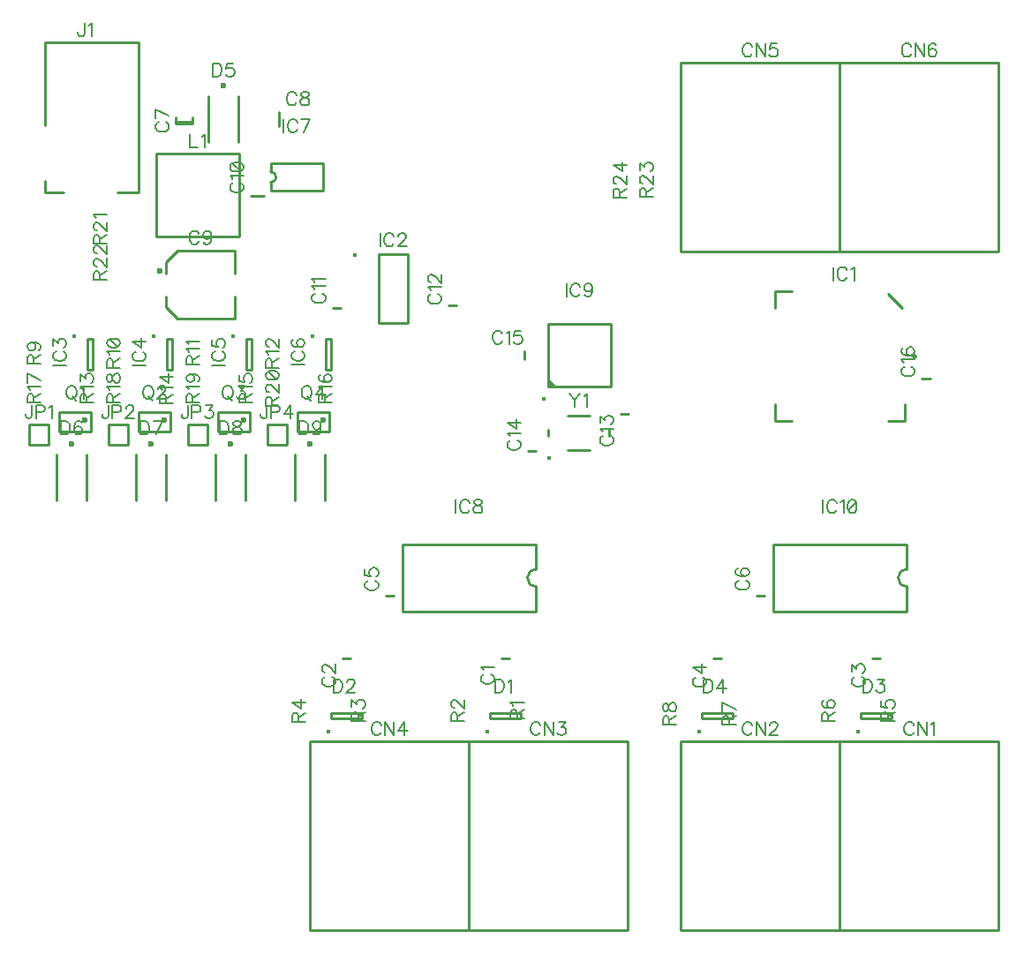
<source format=gto>
G04 DipTrace 2.3.1.0*
%INuCANHub_TopSilk.gto*%
%MOIN*%
%ADD10C,0.0098*%
%ADD14C,0.0236*%
%ADD24C,0.0154*%
%ADD27C,0.0197*%
%ADD35C,0.0157*%
%ADD98C,0.0077*%
%FSLAX44Y44*%
G04*
G70*
G90*
G75*
G01*
%LNTopSilk*%
%LPD*%
X22905Y13561D2*
D10*
X23219D1*
X16905D2*
X17219D1*
X36905D2*
X37219D1*
X30905D2*
X31219D1*
X18844Y15938D2*
X18530D1*
X32844D2*
X32530D1*
X11252Y33843D2*
X10622D1*
X11252Y33768D2*
X10622D1*
X11252D2*
Y34004D1*
X10622Y33768D2*
Y34004D1*
X14523Y33681D2*
Y34193D1*
X12838Y28986D2*
Y28120D1*
Y28986D2*
X10673D1*
X10240Y28553D2*
X10673Y28986D1*
X10240Y28553D2*
Y28120D1*
X12838Y27254D2*
Y26388D1*
X10673D1*
X10240Y26821D2*
X10673Y26388D1*
X10240Y27254D2*
Y26821D1*
D14*
X10004Y28199D3*
X13943Y31023D2*
D10*
X13431D1*
X16844Y26813D2*
X16530D1*
X21219Y26894D2*
X20905D1*
X27405Y22811D2*
X27719D1*
X24219Y21394D2*
X23905D1*
X23770Y25179D2*
Y24864D1*
X39094Y24144D2*
X38780D1*
X35687Y10437D2*
X41687D1*
Y3312D1*
X35687D1*
Y10437D1*
X29687D2*
X35687D1*
Y3312D1*
X29687D1*
Y10437D1*
X21687D2*
X27687D1*
Y3312D1*
X21687D1*
Y10437D1*
X15687D2*
X21687D1*
Y3312D1*
X15687D1*
Y10437D1*
X35687Y28937D2*
X29687D1*
Y36062D1*
X35687D1*
Y28937D1*
X41687D2*
X35687D1*
Y36062D1*
X41687D1*
Y28937D1*
D24*
X22379Y10790D3*
X22471Y11291D2*
D10*
X23652D1*
Y11488D1*
X22471D1*
Y11291D1*
D24*
X16379Y10790D3*
X16471Y11291D2*
D10*
X17652D1*
Y11488D1*
X16471D1*
Y11291D1*
D24*
X36379Y10790D3*
X36471Y11291D2*
D10*
X37652D1*
Y11488D1*
X36471D1*
Y11291D1*
D24*
X30379Y10790D3*
X30471Y11291D2*
D10*
X31652D1*
Y11488D1*
X30471D1*
Y11291D1*
X12990Y34803D2*
Y33071D1*
X11848Y34803D2*
Y33071D1*
D14*
X12419Y35197D3*
X7258Y21285D2*
D10*
Y19553D1*
X6116Y21285D2*
Y19553D1*
D14*
X6687Y21679D3*
X10258Y21285D2*
D10*
Y19553D1*
X9116Y21285D2*
Y19553D1*
D14*
X9687Y21679D3*
X13258Y21285D2*
D10*
Y19553D1*
X12116Y21285D2*
Y19553D1*
D14*
X12687Y21679D3*
X16258Y21285D2*
D10*
Y19553D1*
X15116Y21285D2*
Y19553D1*
D14*
X15687Y21679D3*
D27*
X38516Y24985D3*
X37503Y27345D2*
D10*
X38054Y26793D1*
X38133Y23171D2*
Y22541D1*
X37503D1*
X33881D2*
X33251D1*
Y23171D1*
X33881Y27423D2*
X33251D1*
Y26793D1*
D24*
X17385Y28820D3*
X18278Y28831D2*
D10*
Y26232D1*
X19380Y28831D2*
Y26232D1*
X18278D2*
X19380D1*
X18278Y28831D2*
X19380D1*
D24*
X6790Y25745D3*
X7291Y25653D2*
D10*
Y24472D1*
X7488D1*
Y25653D1*
X7291D1*
D24*
X9790Y25745D3*
X10291Y25653D2*
D10*
Y24472D1*
X10488D1*
Y25653D1*
X10291D1*
D24*
X12790Y25745D3*
X13291Y25653D2*
D10*
Y24472D1*
X13488D1*
Y25653D1*
X13291D1*
D24*
X15790Y25745D3*
X16291Y25653D2*
D10*
Y24472D1*
X16488D1*
Y25653D1*
X16291D1*
X14203Y31238D2*
X16171D1*
X14203Y32262D2*
X16171D1*
Y31238D2*
Y32262D1*
X14203Y31553D2*
Y31238D1*
Y31947D2*
Y32262D1*
Y31553D2*
G03X14203Y31947I0J197D01*
G01*
X24206Y17866D2*
X19168D1*
X24206Y15347D2*
X19168D1*
Y17866D2*
Y15347D1*
X24206Y17866D2*
Y16921D1*
Y16291D2*
Y15347D1*
Y16921D2*
G03X24206Y16291I1J-315D01*
G01*
X24673Y23852D2*
X27035D1*
Y26215D1*
X24673D1*
Y23852D1*
G36*
D2*
X24988D1*
X24673Y24167D1*
Y23852D1*
G37*
D35*
X24496Y23380D3*
X38206Y17866D2*
D10*
X33168D1*
X38206Y15347D2*
X33168D1*
Y17866D2*
Y15347D1*
X38206Y17866D2*
Y16921D1*
Y16291D2*
Y15347D1*
Y16921D2*
G03X38206Y16291I1J-315D01*
G01*
X5665Y33720D2*
Y36831D1*
X9209D1*
Y36791D1*
Y36831D2*
Y31161D1*
X8421D1*
X6374D2*
X5665D1*
Y31595D1*
X5812Y22402D2*
X5062D1*
Y21652D1*
X5812D1*
Y22402D1*
X8812D2*
X8062D1*
Y21652D1*
X8812D1*
Y22402D1*
X11812D2*
X11062D1*
Y21652D1*
X11812D1*
Y22402D1*
X14812D2*
X14062D1*
Y21652D1*
X14812D1*
Y22402D1*
X13012Y29490D2*
X9862D1*
Y32640D1*
X13012D1*
Y29490D1*
X7406Y22124D2*
X6220D1*
Y22885D1*
X7406D1*
Y22124D1*
D14*
X7167Y22583D3*
X10406Y22124D2*
D10*
X9220D1*
Y22885D1*
X10406D1*
Y22124D1*
D14*
X10167Y22583D3*
X13406Y22124D2*
D10*
X12220D1*
Y22885D1*
X13406D1*
Y22124D1*
D14*
X13167Y22583D3*
X16406Y22124D2*
D10*
X15220D1*
Y22885D1*
X16406D1*
Y22124D1*
D14*
X16167Y22583D3*
D35*
X24699Y21145D3*
X25407Y22739D2*
D10*
X26234D1*
X26962Y22208D2*
Y21972D1*
X26234Y21440D2*
X25407D1*
X24679Y21972D2*
Y22208D1*
X22252Y12973D2*
D98*
X22205Y12949D1*
X22157Y12901D1*
X22133Y12854D1*
Y12758D1*
X22157Y12710D1*
X22205Y12662D1*
X22252Y12638D1*
X22324Y12614D1*
X22444D1*
X22515Y12638D1*
X22563Y12662D1*
X22611Y12710D1*
X22635Y12758D1*
Y12854D1*
X22611Y12901D1*
X22563Y12949D1*
X22515Y12973D1*
X22229Y13127D2*
X22205Y13176D1*
X22133Y13247D1*
X22635D1*
X16252Y12866D2*
X16205Y12842D1*
X16157Y12794D1*
X16133Y12746D1*
Y12651D1*
X16157Y12602D1*
X16205Y12555D1*
X16252Y12531D1*
X16324Y12507D1*
X16444D1*
X16515Y12531D1*
X16563Y12555D1*
X16611Y12602D1*
X16635Y12651D1*
Y12746D1*
X16611Y12794D1*
X16563Y12842D1*
X16515Y12866D1*
X16253Y13044D2*
X16229D1*
X16181Y13068D1*
X16157Y13092D1*
X16133Y13140D1*
Y13235D1*
X16157Y13283D1*
X16181Y13307D1*
X16229Y13331D1*
X16277D1*
X16325Y13307D1*
X16396Y13259D1*
X16635Y13020D1*
Y13355D1*
X36252Y12866D2*
X36205Y12842D1*
X36157Y12794D1*
X36133Y12746D1*
Y12651D1*
X36157Y12602D1*
X36205Y12555D1*
X36252Y12531D1*
X36324Y12507D1*
X36444D1*
X36515Y12531D1*
X36563Y12555D1*
X36611Y12602D1*
X36635Y12651D1*
Y12746D1*
X36611Y12794D1*
X36563Y12842D1*
X36515Y12866D1*
X36133Y13068D2*
Y13331D1*
X36325Y13187D1*
Y13259D1*
X36348Y13307D1*
X36372Y13331D1*
X36444Y13355D1*
X36492D1*
X36563Y13331D1*
X36612Y13283D1*
X36635Y13211D1*
Y13139D1*
X36612Y13068D1*
X36587Y13044D1*
X36540Y13020D1*
X30252Y12854D2*
X30205Y12830D1*
X30157Y12782D1*
X30133Y12734D1*
Y12639D1*
X30157Y12591D1*
X30205Y12543D1*
X30252Y12519D1*
X30324Y12495D1*
X30444D1*
X30515Y12519D1*
X30563Y12543D1*
X30611Y12591D1*
X30635Y12639D1*
Y12734D1*
X30611Y12782D1*
X30563Y12830D1*
X30515Y12854D1*
X30635Y13247D2*
X30133D1*
X30468Y13008D1*
Y13367D1*
X17877Y16503D2*
X17830Y16479D1*
X17782Y16431D1*
X17758Y16383D1*
Y16288D1*
X17782Y16240D1*
X17830Y16192D1*
X17877Y16168D1*
X17949Y16144D1*
X18069D1*
X18140Y16168D1*
X18188Y16192D1*
X18236Y16240D1*
X18260Y16288D1*
Y16383D1*
X18236Y16431D1*
X18188Y16479D1*
X18140Y16503D1*
X17758Y16944D2*
Y16705D1*
X17973Y16682D1*
X17950Y16705D1*
X17925Y16777D1*
Y16848D1*
X17950Y16920D1*
X17997Y16968D1*
X18069Y16992D1*
X18117D1*
X18188Y16968D1*
X18237Y16920D1*
X18260Y16848D1*
Y16777D1*
X18237Y16705D1*
X18212Y16682D1*
X18165Y16657D1*
X31877Y16515D2*
X31830Y16491D1*
X31782Y16443D1*
X31758Y16396D1*
Y16300D1*
X31782Y16252D1*
X31830Y16204D1*
X31877Y16180D1*
X31949Y16156D1*
X32069D1*
X32140Y16180D1*
X32188Y16204D1*
X32236Y16252D1*
X32260Y16300D1*
Y16396D1*
X32236Y16443D1*
X32188Y16491D1*
X32140Y16515D1*
X31830Y16956D2*
X31782Y16932D1*
X31758Y16861D1*
Y16813D1*
X31782Y16741D1*
X31854Y16693D1*
X31973Y16669D1*
X32093D1*
X32188Y16693D1*
X32237Y16741D1*
X32260Y16813D1*
Y16837D1*
X32237Y16908D1*
X32188Y16956D1*
X32117Y16980D1*
X32093D1*
X32021Y16956D1*
X31973Y16908D1*
X31950Y16837D1*
Y16813D1*
X31973Y16741D1*
X32021Y16693D1*
X32093Y16669D1*
X9970Y33821D2*
X9922Y33797D1*
X9874Y33749D1*
X9850Y33701D1*
Y33606D1*
X9874Y33557D1*
X9922Y33510D1*
X9970Y33486D1*
X10042Y33462D1*
X10162D1*
X10233Y33486D1*
X10281Y33510D1*
X10329Y33557D1*
X10353Y33606D1*
Y33701D1*
X10329Y33749D1*
X10281Y33797D1*
X10233Y33821D1*
X10353Y34071D2*
X9851Y34310D1*
Y33975D1*
X15167Y34845D2*
X15143Y34893D1*
X15095Y34941D1*
X15048Y34965D1*
X14952D1*
X14904Y34941D1*
X14857Y34893D1*
X14832Y34845D1*
X14808Y34773D1*
Y34653D1*
X14832Y34582D1*
X14857Y34534D1*
X14904Y34486D1*
X14952Y34462D1*
X15048D1*
X15095Y34486D1*
X15143Y34534D1*
X15167Y34582D1*
X15441Y34964D2*
X15370Y34940D1*
X15345Y34893D1*
Y34845D1*
X15370Y34797D1*
X15417Y34773D1*
X15513Y34749D1*
X15585Y34725D1*
X15632Y34677D1*
X15656Y34630D1*
Y34558D1*
X15632Y34510D1*
X15608Y34486D1*
X15537Y34462D1*
X15441D1*
X15370Y34486D1*
X15345Y34510D1*
X15322Y34558D1*
Y34630D1*
X15345Y34677D1*
X15393Y34725D1*
X15465Y34749D1*
X15560Y34773D1*
X15608Y34797D1*
X15632Y34845D1*
Y34893D1*
X15608Y34940D1*
X15537Y34964D1*
X15441D1*
X11486Y29599D2*
X11462Y29647D1*
X11414Y29695D1*
X11367Y29718D1*
X11271D1*
X11223Y29695D1*
X11175Y29647D1*
X11151Y29599D1*
X11127Y29527D1*
Y29407D1*
X11151Y29336D1*
X11175Y29288D1*
X11223Y29240D1*
X11271Y29216D1*
X11367D1*
X11414Y29240D1*
X11462Y29288D1*
X11486Y29336D1*
X11951Y29551D2*
X11927Y29479D1*
X11880Y29431D1*
X11808Y29407D1*
X11784D1*
X11712Y29431D1*
X11665Y29479D1*
X11640Y29551D1*
Y29575D1*
X11665Y29647D1*
X11712Y29694D1*
X11784Y29718D1*
X11808D1*
X11880Y29694D1*
X11927Y29647D1*
X11951Y29551D1*
Y29431D1*
X11927Y29312D1*
X11880Y29240D1*
X11808Y29216D1*
X11760D1*
X11688Y29240D1*
X11665Y29288D1*
X12779Y31530D2*
X12731Y31506D1*
X12683Y31458D1*
X12660Y31410D1*
Y31315D1*
X12683Y31267D1*
X12731Y31219D1*
X12779Y31195D1*
X12851Y31171D1*
X12971D1*
X13042Y31195D1*
X13090Y31219D1*
X13138Y31267D1*
X13162Y31315D1*
Y31410D1*
X13138Y31458D1*
X13090Y31506D1*
X13042Y31530D1*
X12756Y31684D2*
X12731Y31732D1*
X12660Y31804D1*
X13162D1*
X12660Y32102D2*
X12684Y32030D1*
X12756Y31982D1*
X12875Y31958D1*
X12947D1*
X13066Y31982D1*
X13138Y32030D1*
X13162Y32102D1*
Y32150D1*
X13138Y32222D1*
X13066Y32269D1*
X12947Y32293D1*
X12875D1*
X12756Y32269D1*
X12684Y32222D1*
X12660Y32150D1*
Y32102D1*
X12756Y32269D2*
X13066Y31982D1*
X15877Y27348D2*
X15830Y27324D1*
X15782Y27276D1*
X15758Y27229D1*
Y27133D1*
X15782Y27085D1*
X15830Y27038D1*
X15877Y27013D1*
X15949Y26989D1*
X16069D1*
X16140Y27013D1*
X16188Y27038D1*
X16236Y27085D1*
X16260Y27133D1*
Y27229D1*
X16236Y27276D1*
X16188Y27324D1*
X16140Y27348D1*
X15854Y27503D2*
X15830Y27551D1*
X15758Y27623D1*
X16260D1*
X15854Y27777D2*
X15830Y27825D1*
X15758Y27897D1*
X16260D1*
X20252Y27321D2*
X20205Y27297D1*
X20157Y27249D1*
X20133Y27202D1*
Y27106D1*
X20157Y27058D1*
X20205Y27010D1*
X20252Y26986D1*
X20324Y26962D1*
X20444D1*
X20515Y26986D1*
X20563Y27010D1*
X20611Y27058D1*
X20635Y27106D1*
Y27202D1*
X20611Y27249D1*
X20563Y27297D1*
X20515Y27321D1*
X20229Y27475D2*
X20205Y27524D1*
X20133Y27595D1*
X20635D1*
X20253Y27774D2*
X20229D1*
X20181Y27798D1*
X20157Y27822D1*
X20133Y27870D1*
Y27965D1*
X20157Y28013D1*
X20181Y28037D1*
X20229Y28061D1*
X20277D1*
X20325Y28037D1*
X20396Y27989D1*
X20635Y27750D1*
Y28085D1*
X26752Y21978D2*
X26705Y21955D1*
X26657Y21907D1*
X26633Y21859D1*
Y21763D1*
X26657Y21715D1*
X26705Y21668D1*
X26752Y21643D1*
X26824Y21620D1*
X26944D1*
X27015Y21643D1*
X27063Y21668D1*
X27111Y21715D1*
X27135Y21763D1*
Y21859D1*
X27111Y21907D1*
X27063Y21955D1*
X27015Y21978D1*
X26729Y22133D2*
X26705Y22181D1*
X26633Y22253D1*
X27135D1*
X26633Y22455D2*
Y22718D1*
X26825Y22575D1*
Y22646D1*
X26848Y22694D1*
X26872Y22718D1*
X26944Y22742D1*
X26992D1*
X27063Y22718D1*
X27112Y22670D1*
X27135Y22598D1*
Y22526D1*
X27112Y22455D1*
X27087Y22431D1*
X27040Y22407D1*
X23252Y21809D2*
X23205Y21785D1*
X23157Y21737D1*
X23133Y21690D1*
Y21594D1*
X23157Y21546D1*
X23205Y21499D1*
X23252Y21474D1*
X23324Y21450D1*
X23444D1*
X23515Y21474D1*
X23563Y21499D1*
X23611Y21546D1*
X23635Y21594D1*
Y21690D1*
X23611Y21737D1*
X23563Y21785D1*
X23515Y21809D1*
X23229Y21964D2*
X23205Y22012D1*
X23133Y22083D1*
X23635D1*
Y22477D2*
X23133D1*
X23468Y22238D1*
Y22597D1*
X22938Y25832D2*
X22914Y25879D1*
X22866Y25927D1*
X22819Y25951D1*
X22723D1*
X22675Y25927D1*
X22628Y25879D1*
X22603Y25832D1*
X22579Y25760D1*
Y25640D1*
X22603Y25568D1*
X22628Y25520D1*
X22675Y25473D1*
X22723Y25449D1*
X22819D1*
X22866Y25473D1*
X22914Y25520D1*
X22938Y25568D1*
X23093Y25855D2*
X23141Y25879D1*
X23213Y25950D1*
Y25449D1*
X23654Y25950D2*
X23415D1*
X23391Y25735D1*
X23415Y25759D1*
X23487Y25783D1*
X23558D1*
X23630Y25759D1*
X23678Y25712D1*
X23702Y25640D1*
Y25592D1*
X23678Y25520D1*
X23630Y25472D1*
X23558Y25449D1*
X23487D1*
X23415Y25472D1*
X23391Y25497D1*
X23367Y25544D1*
X38127Y24583D2*
X38080Y24559D1*
X38032Y24511D1*
X38008Y24464D1*
Y24368D1*
X38032Y24320D1*
X38080Y24273D1*
X38127Y24248D1*
X38199Y24225D1*
X38319D1*
X38390Y24248D1*
X38438Y24273D1*
X38486Y24320D1*
X38510Y24368D1*
Y24464D1*
X38486Y24511D1*
X38438Y24559D1*
X38390Y24583D1*
X38104Y24738D2*
X38080Y24786D1*
X38008Y24858D1*
X38510D1*
X38080Y25299D2*
X38032Y25275D1*
X38008Y25203D1*
Y25156D1*
X38032Y25084D1*
X38104Y25036D1*
X38223Y25012D1*
X38343D1*
X38438Y25036D1*
X38487Y25084D1*
X38510Y25156D1*
Y25179D1*
X38487Y25251D1*
X38438Y25299D1*
X38367Y25323D1*
X38343D1*
X38271Y25299D1*
X38223Y25251D1*
X38200Y25179D1*
Y25156D1*
X38223Y25084D1*
X38271Y25036D1*
X38343Y25012D1*
X38485Y11050D2*
X38461Y11097D1*
X38413Y11145D1*
X38365Y11169D1*
X38270D1*
X38221Y11145D1*
X38174Y11097D1*
X38150Y11050D1*
X38126Y10978D1*
Y10858D1*
X38150Y10787D1*
X38174Y10739D1*
X38221Y10691D1*
X38270Y10667D1*
X38365D1*
X38413Y10691D1*
X38461Y10739D1*
X38485Y10787D1*
X38974Y11169D2*
Y10667D1*
X38639Y11169D1*
Y10667D1*
X39128Y11073D2*
X39176Y11097D1*
X39248Y11169D1*
Y10667D1*
X32377Y11050D2*
X32353Y11097D1*
X32305Y11145D1*
X32258Y11169D1*
X32162D1*
X32114Y11145D1*
X32066Y11097D1*
X32042Y11050D1*
X32018Y10978D1*
Y10858D1*
X32042Y10787D1*
X32066Y10739D1*
X32114Y10691D1*
X32162Y10667D1*
X32258D1*
X32305Y10691D1*
X32353Y10739D1*
X32377Y10787D1*
X32866Y11169D2*
Y10667D1*
X32531Y11169D1*
Y10667D1*
X33045Y11049D2*
Y11073D1*
X33069Y11121D1*
X33093Y11145D1*
X33141Y11169D1*
X33236D1*
X33284Y11145D1*
X33308Y11121D1*
X33332Y11073D1*
Y11026D1*
X33308Y10977D1*
X33260Y10906D1*
X33021Y10667D1*
X33356D1*
X24377Y11050D2*
X24353Y11097D1*
X24305Y11145D1*
X24258Y11169D1*
X24162D1*
X24114Y11145D1*
X24066Y11097D1*
X24042Y11050D1*
X24018Y10978D1*
Y10858D1*
X24042Y10787D1*
X24066Y10739D1*
X24114Y10691D1*
X24162Y10667D1*
X24258D1*
X24305Y10691D1*
X24353Y10739D1*
X24377Y10787D1*
X24866Y11169D2*
Y10667D1*
X24531Y11169D1*
Y10667D1*
X25069Y11169D2*
X25331D1*
X25188Y10977D1*
X25260D1*
X25308Y10954D1*
X25331Y10930D1*
X25356Y10858D1*
Y10811D1*
X25331Y10739D1*
X25284Y10691D1*
X25212Y10667D1*
X25140D1*
X25069Y10691D1*
X25045Y10715D1*
X25021Y10762D1*
X18365Y11050D2*
X18341Y11097D1*
X18293Y11145D1*
X18246Y11169D1*
X18150D1*
X18102Y11145D1*
X18055Y11097D1*
X18030Y11050D1*
X18006Y10978D1*
Y10858D1*
X18030Y10787D1*
X18055Y10739D1*
X18102Y10691D1*
X18150Y10667D1*
X18246D1*
X18293Y10691D1*
X18341Y10739D1*
X18365Y10787D1*
X18854Y11169D2*
Y10667D1*
X18520Y11169D1*
Y10667D1*
X19248D2*
Y11169D1*
X19009Y10834D1*
X19368D1*
X32377Y36675D2*
X32353Y36722D1*
X32305Y36770D1*
X32258Y36794D1*
X32162D1*
X32114Y36770D1*
X32066Y36722D1*
X32042Y36675D1*
X32018Y36603D1*
Y36483D1*
X32042Y36412D1*
X32066Y36364D1*
X32114Y36316D1*
X32162Y36292D1*
X32258D1*
X32305Y36316D1*
X32353Y36364D1*
X32377Y36412D1*
X32866Y36794D2*
Y36292D1*
X32531Y36794D1*
Y36292D1*
X33308Y36794D2*
X33069D1*
X33045Y36579D1*
X33069Y36602D1*
X33141Y36627D1*
X33212D1*
X33284Y36602D1*
X33332Y36555D1*
X33356Y36483D1*
Y36436D1*
X33332Y36364D1*
X33284Y36316D1*
X33212Y36292D1*
X33141D1*
X33069Y36316D1*
X33045Y36340D1*
X33021Y36387D1*
X38389Y36675D2*
X38365Y36722D1*
X38317Y36770D1*
X38270Y36794D1*
X38174D1*
X38126Y36770D1*
X38079Y36722D1*
X38054Y36675D1*
X38030Y36603D1*
Y36483D1*
X38054Y36412D1*
X38079Y36364D1*
X38126Y36316D1*
X38174Y36292D1*
X38270D1*
X38317Y36316D1*
X38365Y36364D1*
X38389Y36412D1*
X38879Y36794D2*
Y36292D1*
X38544Y36794D1*
Y36292D1*
X39320Y36722D2*
X39296Y36770D1*
X39224Y36794D1*
X39177D1*
X39105Y36770D1*
X39057Y36698D1*
X39033Y36579D1*
Y36459D1*
X39057Y36364D1*
X39105Y36316D1*
X39177Y36292D1*
X39200D1*
X39272Y36316D1*
X39320Y36364D1*
X39344Y36436D1*
Y36459D1*
X39320Y36531D1*
X39272Y36579D1*
X39200Y36602D1*
X39177D1*
X39105Y36579D1*
X39057Y36531D1*
X39033Y36459D1*
X22672Y12781D2*
Y12279D1*
X22839D1*
X22911Y12303D1*
X22959Y12351D1*
X22983Y12399D1*
X23007Y12470D1*
Y12590D1*
X22983Y12662D1*
X22959Y12710D1*
X22911Y12758D1*
X22839Y12781D1*
X22672D1*
X23161Y12685D2*
X23209Y12710D1*
X23281Y12781D1*
Y12279D1*
X16564Y12781D2*
Y12279D1*
X16732D1*
X16804Y12303D1*
X16852Y12351D1*
X16876Y12399D1*
X16899Y12470D1*
Y12590D1*
X16876Y12662D1*
X16852Y12710D1*
X16804Y12758D1*
X16732Y12781D1*
X16564D1*
X17078Y12662D2*
Y12685D1*
X17102Y12733D1*
X17126Y12757D1*
X17174Y12781D1*
X17269D1*
X17317Y12757D1*
X17341Y12733D1*
X17365Y12685D1*
Y12638D1*
X17341Y12590D1*
X17293Y12518D1*
X17054Y12279D1*
X17389D1*
X36564Y12781D2*
Y12279D1*
X36732D1*
X36804Y12303D1*
X36852Y12351D1*
X36876Y12399D1*
X36899Y12470D1*
Y12590D1*
X36876Y12662D1*
X36852Y12710D1*
X36804Y12758D1*
X36732Y12781D1*
X36564D1*
X37102D2*
X37364D1*
X37221Y12590D1*
X37293D1*
X37341Y12566D1*
X37364Y12542D1*
X37389Y12470D1*
Y12423D1*
X37364Y12351D1*
X37317Y12303D1*
X37245Y12279D1*
X37173D1*
X37102Y12303D1*
X37078Y12327D1*
X37054Y12375D1*
X30553Y12781D2*
Y12279D1*
X30720D1*
X30792Y12303D1*
X30840Y12351D1*
X30864Y12399D1*
X30887Y12470D1*
Y12590D1*
X30864Y12662D1*
X30840Y12710D1*
X30792Y12758D1*
X30720Y12781D1*
X30553D1*
X31281Y12279D2*
Y12781D1*
X31042Y12447D1*
X31401D1*
X12007Y36047D2*
Y35545D1*
X12175D1*
X12247Y35569D1*
X12295Y35617D1*
X12318Y35665D1*
X12342Y35736D1*
Y35856D1*
X12318Y35928D1*
X12295Y35975D1*
X12247Y36023D1*
X12175Y36047D1*
X12007D1*
X12783D2*
X12545D1*
X12521Y35832D1*
X12545Y35855D1*
X12616Y35880D1*
X12688D1*
X12760Y35855D1*
X12808Y35808D1*
X12831Y35736D1*
Y35688D1*
X12808Y35617D1*
X12760Y35569D1*
X12688Y35545D1*
X12616D1*
X12545Y35569D1*
X12521Y35593D1*
X12497Y35640D1*
X6287Y22530D2*
Y22027D1*
X6455D1*
X6526Y22051D1*
X6574Y22099D1*
X6598Y22147D1*
X6622Y22218D1*
Y22338D1*
X6598Y22410D1*
X6574Y22458D1*
X6526Y22506D1*
X6455Y22530D1*
X6287D1*
X7063Y22458D2*
X7039Y22505D1*
X6968Y22529D1*
X6920D1*
X6848Y22505D1*
X6800Y22433D1*
X6776Y22314D1*
Y22195D1*
X6800Y22099D1*
X6848Y22051D1*
X6920Y22027D1*
X6944D1*
X7015Y22051D1*
X7063Y22099D1*
X7087Y22171D1*
Y22195D1*
X7063Y22266D1*
X7015Y22314D1*
X6944Y22338D1*
X6920D1*
X6848Y22314D1*
X6800Y22266D1*
X6776Y22195D1*
X9275Y22530D2*
Y22027D1*
X9442D1*
X9514Y22051D1*
X9562Y22099D1*
X9586Y22147D1*
X9610Y22218D1*
Y22338D1*
X9586Y22410D1*
X9562Y22458D1*
X9514Y22506D1*
X9442Y22530D1*
X9275D1*
X9860Y22027D2*
X10099Y22529D1*
X9764D1*
X12275Y22530D2*
Y22027D1*
X12443D1*
X12514Y22051D1*
X12563Y22099D1*
X12586Y22147D1*
X12610Y22218D1*
Y22338D1*
X12586Y22410D1*
X12563Y22458D1*
X12514Y22506D1*
X12443Y22530D1*
X12275D1*
X12884Y22529D2*
X12813Y22505D1*
X12788Y22458D1*
Y22410D1*
X12813Y22362D1*
X12860Y22338D1*
X12956Y22314D1*
X13028Y22290D1*
X13075Y22242D1*
X13099Y22195D1*
Y22123D1*
X13075Y22075D1*
X13051Y22051D1*
X12979Y22027D1*
X12884D1*
X12813Y22051D1*
X12788Y22075D1*
X12764Y22123D1*
Y22195D1*
X12788Y22242D1*
X12836Y22290D1*
X12908Y22314D1*
X13003Y22338D1*
X13051Y22362D1*
X13075Y22410D1*
Y22458D1*
X13051Y22505D1*
X12979Y22529D1*
X12884D1*
X15287Y22530D2*
Y22027D1*
X15454D1*
X15526Y22051D1*
X15574Y22099D1*
X15598Y22147D1*
X15622Y22218D1*
Y22338D1*
X15598Y22410D1*
X15574Y22458D1*
X15526Y22506D1*
X15454Y22530D1*
X15287D1*
X16087Y22362D2*
X16063Y22290D1*
X16015Y22242D1*
X15944Y22218D1*
X15920D1*
X15848Y22242D1*
X15800Y22290D1*
X15776Y22362D1*
Y22386D1*
X15800Y22458D1*
X15848Y22505D1*
X15920Y22529D1*
X15944D1*
X16015Y22505D1*
X16063Y22458D1*
X16087Y22362D1*
Y22242D1*
X16063Y22123D1*
X16015Y22051D1*
X15944Y22027D1*
X15896D1*
X15824Y22051D1*
X15800Y22099D1*
X35440Y28352D2*
Y27850D1*
X35954Y28233D2*
X35930Y28280D1*
X35882Y28329D1*
X35834Y28352D1*
X35739D1*
X35690Y28329D1*
X35643Y28280D1*
X35619Y28233D1*
X35595Y28161D1*
Y28041D1*
X35619Y27970D1*
X35643Y27922D1*
X35690Y27874D1*
X35739Y27850D1*
X35834D1*
X35882Y27874D1*
X35930Y27922D1*
X35954Y27970D1*
X36108Y28256D2*
X36156Y28280D1*
X36228Y28352D1*
Y27850D1*
X18328Y29630D2*
Y29127D1*
X18841Y29510D2*
X18817Y29558D1*
X18769Y29606D1*
X18721Y29630D1*
X18626D1*
X18578Y29606D1*
X18530Y29558D1*
X18506Y29510D1*
X18482Y29438D1*
Y29318D1*
X18506Y29247D1*
X18530Y29199D1*
X18578Y29151D1*
X18626Y29127D1*
X18721D1*
X18769Y29151D1*
X18817Y29199D1*
X18841Y29247D1*
X19019Y29510D2*
Y29533D1*
X19043Y29581D1*
X19067Y29605D1*
X19115Y29629D1*
X19211D1*
X19258Y29605D1*
X19282Y29581D1*
X19306Y29533D1*
Y29486D1*
X19282Y29438D1*
X19234Y29366D1*
X18995Y29127D1*
X19330D1*
X5981Y24646D2*
X6483D1*
X6100Y25159D2*
X6052Y25136D1*
X6004Y25088D1*
X5981Y25040D1*
Y24944D1*
X6004Y24896D1*
X6052Y24849D1*
X6100Y24824D1*
X6172Y24801D1*
X6292D1*
X6363Y24824D1*
X6411Y24849D1*
X6459Y24896D1*
X6483Y24944D1*
Y25040D1*
X6459Y25088D1*
X6411Y25136D1*
X6363Y25159D1*
X5981Y25362D2*
Y25624D1*
X6172Y25481D1*
Y25553D1*
X6196Y25601D1*
X6220Y25624D1*
X6292Y25649D1*
X6339D1*
X6411Y25624D1*
X6459Y25577D1*
X6483Y25505D1*
Y25433D1*
X6459Y25362D1*
X6435Y25338D1*
X6387Y25314D1*
X8981Y24634D2*
X9483D1*
X9100Y25147D2*
X9052Y25124D1*
X9004Y25076D1*
X8981Y25028D1*
Y24932D1*
X9004Y24884D1*
X9052Y24837D1*
X9100Y24813D1*
X9172Y24789D1*
X9292D1*
X9363Y24813D1*
X9411Y24837D1*
X9459Y24884D1*
X9483Y24932D1*
Y25028D1*
X9459Y25076D1*
X9411Y25124D1*
X9363Y25147D1*
X9483Y25541D2*
X8981D1*
X9316Y25302D1*
Y25661D1*
X11981Y24646D2*
X12483D1*
X12100Y25159D2*
X12052Y25136D1*
X12004Y25088D1*
X11981Y25040D1*
Y24944D1*
X12004Y24896D1*
X12052Y24849D1*
X12100Y24824D1*
X12172Y24801D1*
X12292D1*
X12363Y24824D1*
X12411Y24849D1*
X12459Y24896D1*
X12483Y24944D1*
Y25040D1*
X12459Y25088D1*
X12411Y25136D1*
X12363Y25159D1*
X11981Y25601D2*
Y25362D1*
X12196Y25338D1*
X12172Y25362D1*
X12148Y25434D1*
Y25505D1*
X12172Y25577D1*
X12220Y25625D1*
X12292Y25649D1*
X12339D1*
X12411Y25625D1*
X12459Y25577D1*
X12483Y25505D1*
Y25434D1*
X12459Y25362D1*
X12435Y25338D1*
X12387Y25314D1*
X14981Y24658D2*
X15483D1*
X15100Y25172D2*
X15052Y25148D1*
X15004Y25100D1*
X14981Y25052D1*
Y24957D1*
X15004Y24908D1*
X15052Y24861D1*
X15100Y24837D1*
X15172Y24813D1*
X15292D1*
X15363Y24837D1*
X15411Y24861D1*
X15459Y24908D1*
X15483Y24957D1*
Y25052D1*
X15459Y25100D1*
X15411Y25148D1*
X15363Y25172D1*
X15052Y25613D2*
X15005Y25589D1*
X14981Y25517D1*
Y25470D1*
X15005Y25398D1*
X15077Y25350D1*
X15196Y25326D1*
X15316D1*
X15411Y25350D1*
X15459Y25398D1*
X15483Y25470D1*
Y25493D1*
X15459Y25565D1*
X15411Y25613D1*
X15339Y25637D1*
X15316D1*
X15244Y25613D1*
X15196Y25565D1*
X15172Y25493D1*
Y25470D1*
X15196Y25398D1*
X15244Y25350D1*
X15316Y25326D1*
X14686Y33939D2*
Y33437D1*
X15199Y33820D2*
X15175Y33867D1*
X15127Y33915D1*
X15080Y33939D1*
X14984D1*
X14936Y33915D1*
X14888Y33867D1*
X14864Y33820D1*
X14840Y33748D1*
Y33628D1*
X14864Y33556D1*
X14888Y33508D1*
X14936Y33461D1*
X14984Y33437D1*
X15080D1*
X15127Y33461D1*
X15175Y33508D1*
X15199Y33556D1*
X15449Y33437D2*
X15688Y33938D1*
X15353D1*
X21186Y19563D2*
Y19061D1*
X21699Y19444D2*
X21675Y19491D1*
X21627Y19539D1*
X21580Y19563D1*
X21484D1*
X21436Y19539D1*
X21389Y19491D1*
X21364Y19444D1*
X21340Y19372D1*
Y19252D1*
X21364Y19180D1*
X21389Y19132D1*
X21436Y19085D1*
X21484Y19061D1*
X21580D1*
X21627Y19085D1*
X21675Y19132D1*
X21699Y19180D1*
X21973Y19562D2*
X21902Y19539D1*
X21877Y19491D1*
Y19443D1*
X21902Y19395D1*
X21949Y19371D1*
X22045Y19347D1*
X22117Y19324D1*
X22164Y19276D1*
X22188Y19228D1*
Y19156D1*
X22164Y19109D1*
X22140Y19084D1*
X22069Y19061D1*
X21973D1*
X21902Y19084D1*
X21877Y19109D1*
X21854Y19156D1*
Y19228D1*
X21877Y19276D1*
X21925Y19324D1*
X21997Y19347D1*
X22092Y19371D1*
X22140Y19395D1*
X22164Y19443D1*
Y19491D1*
X22140Y19539D1*
X22069Y19562D1*
X21973D1*
X25365Y27734D2*
Y27232D1*
X25878Y27615D2*
X25854Y27662D1*
X25806Y27710D1*
X25759Y27734D1*
X25663D1*
X25615Y27710D1*
X25567Y27662D1*
X25543Y27615D1*
X25519Y27543D1*
Y27423D1*
X25543Y27352D1*
X25567Y27304D1*
X25615Y27256D1*
X25663Y27232D1*
X25759D1*
X25806Y27256D1*
X25854Y27304D1*
X25878Y27352D1*
X26344Y27567D2*
X26319Y27495D1*
X26272Y27447D1*
X26200Y27423D1*
X26176D1*
X26104Y27447D1*
X26057Y27495D1*
X26032Y27567D1*
Y27590D1*
X26057Y27662D1*
X26104Y27710D1*
X26176Y27734D1*
X26200D1*
X26272Y27710D1*
X26319Y27662D1*
X26344Y27567D1*
Y27447D1*
X26319Y27327D1*
X26272Y27256D1*
X26200Y27232D1*
X26152D1*
X26081Y27256D1*
X26057Y27304D1*
X35049Y19563D2*
Y19061D1*
X35562Y19444D2*
X35538Y19491D1*
X35490Y19539D1*
X35442Y19563D1*
X35347D1*
X35299Y19539D1*
X35251Y19491D1*
X35227Y19444D1*
X35203Y19372D1*
Y19252D1*
X35227Y19180D1*
X35251Y19132D1*
X35299Y19085D1*
X35347Y19061D1*
X35442D1*
X35490Y19085D1*
X35538Y19132D1*
X35562Y19180D1*
X35716Y19467D2*
X35764Y19491D1*
X35836Y19562D1*
Y19061D1*
X36134Y19562D2*
X36062Y19539D1*
X36014Y19467D1*
X35990Y19347D1*
Y19276D1*
X36014Y19156D1*
X36062Y19084D1*
X36134Y19061D1*
X36182D1*
X36254Y19084D1*
X36301Y19156D1*
X36325Y19276D1*
Y19347D1*
X36301Y19467D1*
X36254Y19539D1*
X36182Y19562D1*
X36134D1*
X36301Y19467D2*
X36014Y19156D1*
X7164Y37563D2*
Y37180D1*
X7140Y37109D1*
X7116Y37085D1*
X7068Y37061D1*
X7020D1*
X6972Y37085D1*
X6949Y37109D1*
X6924Y37180D1*
Y37228D1*
X7318Y37467D2*
X7366Y37491D1*
X7438Y37562D1*
Y37061D1*
X5175Y23134D2*
Y22752D1*
X5151Y22680D1*
X5127Y22656D1*
X5079Y22632D1*
X5031D1*
X4984Y22656D1*
X4960Y22680D1*
X4936Y22752D1*
Y22799D1*
X5329Y22871D2*
X5545D1*
X5616Y22895D1*
X5640Y22919D1*
X5664Y22967D1*
Y23039D1*
X5640Y23086D1*
X5616Y23110D1*
X5545Y23134D1*
X5329D1*
Y22632D1*
X5819Y23038D2*
X5867Y23062D1*
X5938Y23134D1*
Y22632D1*
X8067Y23134D2*
Y22752D1*
X8044Y22680D1*
X8019Y22656D1*
X7972Y22632D1*
X7924D1*
X7876Y22656D1*
X7852Y22680D1*
X7828Y22752D1*
Y22799D1*
X8222Y22871D2*
X8437D1*
X8509Y22895D1*
X8533Y22919D1*
X8557Y22967D1*
Y23039D1*
X8533Y23086D1*
X8509Y23110D1*
X8437Y23134D1*
X8222D1*
Y22632D1*
X8735Y23014D2*
Y23038D1*
X8759Y23086D1*
X8783Y23110D1*
X8831Y23134D1*
X8927D1*
X8974Y23110D1*
X8998Y23086D1*
X9022Y23038D1*
Y22991D1*
X8998Y22942D1*
X8950Y22871D1*
X8711Y22632D1*
X9046D1*
X11067Y23134D2*
Y22752D1*
X11044Y22680D1*
X11019Y22656D1*
X10972Y22632D1*
X10924D1*
X10876Y22656D1*
X10852Y22680D1*
X10828Y22752D1*
Y22799D1*
X11222Y22871D2*
X11437D1*
X11509Y22895D1*
X11533Y22919D1*
X11557Y22967D1*
Y23039D1*
X11533Y23086D1*
X11509Y23110D1*
X11437Y23134D1*
X11222D1*
Y22632D1*
X11759Y23134D2*
X12022D1*
X11879Y22942D1*
X11950D1*
X11998Y22919D1*
X12022Y22895D1*
X12046Y22823D1*
Y22776D1*
X12022Y22704D1*
X11974Y22656D1*
X11902Y22632D1*
X11830D1*
X11759Y22656D1*
X11735Y22680D1*
X11711Y22727D1*
X14055Y23134D2*
Y22752D1*
X14032Y22680D1*
X14007Y22656D1*
X13960Y22632D1*
X13912D1*
X13864Y22656D1*
X13840Y22680D1*
X13816Y22752D1*
Y22799D1*
X14210Y22871D2*
X14425D1*
X14497Y22895D1*
X14521Y22919D1*
X14545Y22967D1*
Y23039D1*
X14521Y23086D1*
X14497Y23110D1*
X14425Y23134D1*
X14210D1*
Y22632D1*
X14938D2*
Y23134D1*
X14699Y22799D1*
X15058D1*
X11156Y33372D2*
Y32870D1*
X11443D1*
X11598Y33276D2*
X11646Y33300D1*
X11718Y33371D1*
Y32870D1*
X6628Y23866D2*
X6580Y23843D1*
X6532Y23795D1*
X6509Y23747D1*
X6484Y23675D1*
Y23555D1*
X6509Y23484D1*
X6532Y23436D1*
X6580Y23388D1*
X6628Y23364D1*
X6724D1*
X6772Y23388D1*
X6819Y23436D1*
X6843Y23484D1*
X6867Y23555D1*
Y23675D1*
X6843Y23747D1*
X6819Y23795D1*
X6772Y23843D1*
X6724Y23866D1*
X6628D1*
X6700Y23460D2*
X6843Y23316D1*
X7022Y23770D2*
X7070Y23794D1*
X7142Y23866D1*
Y23364D1*
X9521Y23866D2*
X9473Y23843D1*
X9425Y23795D1*
X9401Y23747D1*
X9377Y23675D1*
Y23555D1*
X9401Y23484D1*
X9425Y23436D1*
X9473Y23388D1*
X9521Y23364D1*
X9616D1*
X9664Y23388D1*
X9712Y23436D1*
X9736Y23484D1*
X9760Y23555D1*
Y23675D1*
X9736Y23747D1*
X9712Y23795D1*
X9664Y23843D1*
X9616Y23866D1*
X9521D1*
X9592Y23460D2*
X9736Y23316D1*
X9939Y23746D2*
Y23770D1*
X9962Y23818D1*
X9986Y23842D1*
X10034Y23866D1*
X10130D1*
X10177Y23842D1*
X10201Y23818D1*
X10225Y23770D1*
Y23722D1*
X10201Y23674D1*
X10154Y23603D1*
X9914Y23364D1*
X10249D1*
X12521Y23866D2*
X12473Y23843D1*
X12425Y23795D1*
X12401Y23747D1*
X12377Y23675D1*
Y23555D1*
X12401Y23484D1*
X12425Y23436D1*
X12473Y23388D1*
X12521Y23364D1*
X12616D1*
X12664Y23388D1*
X12712Y23436D1*
X12736Y23484D1*
X12760Y23555D1*
Y23675D1*
X12736Y23747D1*
X12712Y23795D1*
X12664Y23843D1*
X12616Y23866D1*
X12521D1*
X12592Y23460D2*
X12736Y23316D1*
X12962Y23866D2*
X13225D1*
X13082Y23674D1*
X13154D1*
X13201Y23651D1*
X13225Y23627D1*
X13249Y23555D1*
Y23507D1*
X13225Y23436D1*
X13177Y23387D1*
X13105Y23364D1*
X13034D1*
X12962Y23387D1*
X12939Y23412D1*
X12914Y23459D1*
X15509Y23866D2*
X15461Y23843D1*
X15413Y23795D1*
X15389Y23747D1*
X15365Y23675D1*
Y23555D1*
X15389Y23484D1*
X15413Y23436D1*
X15461Y23388D1*
X15509Y23364D1*
X15604D1*
X15652Y23388D1*
X15700Y23436D1*
X15724Y23484D1*
X15748Y23555D1*
Y23675D1*
X15724Y23747D1*
X15700Y23795D1*
X15652Y23843D1*
X15604Y23866D1*
X15509D1*
X15580Y23460D2*
X15724Y23316D1*
X16142Y23364D2*
Y23866D1*
X15902Y23531D1*
X16261D1*
X23497Y11298D2*
Y11513D1*
X23473Y11585D1*
X23449Y11609D1*
X23402Y11633D1*
X23354D1*
X23306Y11609D1*
X23282Y11585D1*
X23258Y11513D1*
Y11298D1*
X23760D1*
X23497Y11465D2*
X23760Y11633D1*
X23354Y11787D2*
X23330Y11835D1*
X23258Y11907D1*
X23760D1*
X21247Y11190D2*
Y11405D1*
X21223Y11477D1*
X21199Y11501D1*
X21152Y11525D1*
X21104D1*
X21056Y11501D1*
X21032Y11477D1*
X21008Y11405D1*
Y11190D1*
X21510D1*
X21247Y11358D2*
X21510Y11525D1*
X21128Y11704D2*
X21104D1*
X21056Y11728D1*
X21032Y11751D1*
X21008Y11799D1*
Y11895D1*
X21032Y11943D1*
X21056Y11966D1*
X21104Y11991D1*
X21152D1*
X21200Y11966D1*
X21271Y11919D1*
X21510Y11680D1*
Y12014D1*
X17497Y11190D2*
Y11405D1*
X17473Y11477D1*
X17449Y11501D1*
X17402Y11525D1*
X17354D1*
X17306Y11501D1*
X17282Y11477D1*
X17258Y11405D1*
Y11190D1*
X17760D1*
X17497Y11358D2*
X17760Y11525D1*
X17258Y11728D2*
Y11990D1*
X17450Y11847D1*
Y11919D1*
X17473Y11966D1*
X17497Y11990D1*
X17569Y12014D1*
X17617D1*
X17688Y11990D1*
X17737Y11943D1*
X17760Y11871D1*
Y11799D1*
X17737Y11728D1*
X17712Y11704D1*
X17665Y11680D1*
X15247Y11178D2*
Y11393D1*
X15223Y11465D1*
X15199Y11490D1*
X15152Y11513D1*
X15104D1*
X15056Y11490D1*
X15032Y11465D1*
X15008Y11393D1*
Y11178D1*
X15510D1*
X15247Y11346D2*
X15510Y11513D1*
Y11907D2*
X15008D1*
X15343Y11668D1*
Y12026D1*
X37497Y11190D2*
Y11405D1*
X37473Y11477D1*
X37449Y11501D1*
X37402Y11525D1*
X37354D1*
X37306Y11501D1*
X37282Y11477D1*
X37258Y11405D1*
Y11190D1*
X37760D1*
X37497Y11358D2*
X37760Y11525D1*
X37258Y11966D2*
Y11728D1*
X37473Y11704D1*
X37450Y11728D1*
X37425Y11799D1*
Y11871D1*
X37450Y11943D1*
X37497Y11991D1*
X37569Y12014D1*
X37617D1*
X37688Y11991D1*
X37737Y11943D1*
X37760Y11871D1*
Y11799D1*
X37737Y11728D1*
X37712Y11704D1*
X37665Y11680D1*
X35247Y11202D2*
Y11417D1*
X35223Y11489D1*
X35199Y11514D1*
X35152Y11537D1*
X35104D1*
X35056Y11514D1*
X35032Y11489D1*
X35008Y11417D1*
Y11202D1*
X35510D1*
X35247Y11370D2*
X35510Y11537D1*
X35080Y11979D2*
X35032Y11955D1*
X35008Y11883D1*
Y11835D1*
X35032Y11764D1*
X35104Y11715D1*
X35223Y11692D1*
X35343D1*
X35438Y11715D1*
X35487Y11764D1*
X35510Y11835D1*
Y11859D1*
X35487Y11930D1*
X35438Y11979D1*
X35367Y12002D1*
X35343D1*
X35271Y11979D1*
X35223Y11930D1*
X35200Y11859D1*
Y11835D1*
X35223Y11764D1*
X35271Y11715D1*
X35343Y11692D1*
X31497Y11065D2*
Y11280D1*
X31473Y11352D1*
X31449Y11376D1*
X31402Y11400D1*
X31354D1*
X31306Y11376D1*
X31282Y11352D1*
X31258Y11280D1*
Y11065D1*
X31760D1*
X31497Y11233D2*
X31760Y11400D1*
Y11650D2*
X31258Y11889D1*
Y11555D1*
X29247Y11066D2*
Y11281D1*
X29223Y11352D1*
X29199Y11377D1*
X29152Y11400D1*
X29104D1*
X29056Y11377D1*
X29032Y11352D1*
X29008Y11281D1*
Y11066D1*
X29510D1*
X29247Y11233D2*
X29510Y11400D1*
X29008Y11674D2*
X29032Y11603D1*
X29080Y11579D1*
X29128D1*
X29175Y11603D1*
X29200Y11650D1*
X29223Y11746D1*
X29247Y11818D1*
X29295Y11865D1*
X29343Y11889D1*
X29415D1*
X29462Y11865D1*
X29487Y11842D1*
X29510Y11770D1*
Y11674D1*
X29487Y11603D1*
X29462Y11579D1*
X29415Y11555D1*
X29343D1*
X29295Y11579D1*
X29247Y11627D1*
X29223Y11698D1*
X29200Y11794D1*
X29175Y11842D1*
X29128Y11865D1*
X29080D1*
X29032Y11842D1*
X29008Y11770D1*
Y11674D1*
X5247Y24702D2*
Y24917D1*
X5223Y24989D1*
X5199Y25013D1*
X5152Y25037D1*
X5104D1*
X5056Y25013D1*
X5032Y24989D1*
X5008Y24917D1*
Y24702D1*
X5510D1*
X5247Y24870D2*
X5510Y25037D1*
X5175Y25503D2*
X5247Y25478D1*
X5295Y25431D1*
X5319Y25359D1*
Y25335D1*
X5295Y25263D1*
X5247Y25216D1*
X5175Y25191D1*
X5152D1*
X5080Y25216D1*
X5032Y25263D1*
X5008Y25335D1*
Y25359D1*
X5032Y25431D1*
X5080Y25478D1*
X5175Y25503D1*
X5295D1*
X5415Y25478D1*
X5487Y25431D1*
X5510Y25359D1*
Y25311D1*
X5487Y25240D1*
X5438Y25216D1*
X8247Y24553D2*
Y24768D1*
X8223Y24840D1*
X8199Y24864D1*
X8152Y24888D1*
X8104D1*
X8056Y24864D1*
X8032Y24840D1*
X8008Y24768D1*
Y24553D1*
X8510D1*
X8247Y24721D2*
X8510Y24888D1*
X8104Y25042D2*
X8080Y25090D1*
X8008Y25162D1*
X8510D1*
X8008Y25460D2*
X8032Y25389D1*
X8104Y25340D1*
X8223Y25317D1*
X8295D1*
X8415Y25340D1*
X8487Y25389D1*
X8510Y25460D1*
Y25508D1*
X8487Y25580D1*
X8415Y25627D1*
X8295Y25652D1*
X8223D1*
X8104Y25627D1*
X8032Y25580D1*
X8008Y25508D1*
Y25460D1*
X8104Y25627D2*
X8415Y25340D1*
X11247Y24661D2*
Y24876D1*
X11223Y24947D1*
X11199Y24972D1*
X11152Y24996D1*
X11104D1*
X11056Y24972D1*
X11032Y24947D1*
X11008Y24876D1*
Y24661D1*
X11510D1*
X11247Y24828D2*
X11510Y24996D1*
X11104Y25150D2*
X11080Y25198D1*
X11008Y25270D1*
X11510D1*
X11104Y25424D2*
X11080Y25472D1*
X11008Y25544D1*
X11510D1*
X14247Y24553D2*
Y24768D1*
X14223Y24840D1*
X14199Y24864D1*
X14152Y24888D1*
X14104D1*
X14056Y24864D1*
X14032Y24840D1*
X14008Y24768D1*
Y24553D1*
X14510D1*
X14247Y24721D2*
X14510Y24888D1*
X14104Y25042D2*
X14080Y25090D1*
X14008Y25162D1*
X14510D1*
X14128Y25341D2*
X14104D1*
X14056Y25365D1*
X14032Y25389D1*
X14008Y25437D1*
Y25532D1*
X14032Y25580D1*
X14056Y25604D1*
X14104Y25628D1*
X14152D1*
X14200Y25604D1*
X14271Y25556D1*
X14510Y25317D1*
Y25652D1*
X7247Y23222D2*
Y23437D1*
X7223Y23509D1*
X7199Y23534D1*
X7152Y23557D1*
X7104D1*
X7056Y23534D1*
X7032Y23509D1*
X7008Y23437D1*
Y23222D1*
X7510D1*
X7247Y23390D2*
X7510Y23557D1*
X7104Y23712D2*
X7080Y23760D1*
X7008Y23832D1*
X7510D1*
X7008Y24034D2*
Y24297D1*
X7200Y24153D1*
Y24225D1*
X7223Y24273D1*
X7247Y24297D1*
X7319Y24321D1*
X7367D1*
X7438Y24297D1*
X7487Y24249D1*
X7510Y24177D1*
Y24105D1*
X7487Y24034D1*
X7462Y24010D1*
X7415Y23986D1*
X10247Y23210D2*
Y23425D1*
X10223Y23497D1*
X10199Y23522D1*
X10152Y23545D1*
X10104D1*
X10056Y23522D1*
X10032Y23497D1*
X10008Y23425D1*
Y23210D1*
X10510D1*
X10247Y23378D2*
X10510Y23545D1*
X10104Y23700D2*
X10080Y23748D1*
X10008Y23820D1*
X10510D1*
Y24213D2*
X10008D1*
X10343Y23974D1*
Y24333D1*
X13247Y23222D2*
Y23437D1*
X13223Y23509D1*
X13199Y23534D1*
X13152Y23557D1*
X13104D1*
X13056Y23534D1*
X13032Y23509D1*
X13008Y23437D1*
Y23222D1*
X13510D1*
X13247Y23390D2*
X13510Y23557D1*
X13104Y23712D2*
X13080Y23760D1*
X13008Y23832D1*
X13510D1*
X13008Y24273D2*
Y24034D1*
X13223Y24010D1*
X13200Y24034D1*
X13175Y24106D1*
Y24177D1*
X13200Y24249D1*
X13247Y24297D1*
X13319Y24321D1*
X13367D1*
X13438Y24297D1*
X13487Y24249D1*
X13510Y24177D1*
Y24106D1*
X13487Y24034D1*
X13462Y24010D1*
X13415Y23986D1*
X16247Y23235D2*
Y23450D1*
X16223Y23521D1*
X16199Y23546D1*
X16152Y23569D1*
X16104D1*
X16056Y23546D1*
X16032Y23521D1*
X16008Y23450D1*
Y23235D1*
X16510D1*
X16247Y23402D2*
X16510Y23569D1*
X16104Y23724D2*
X16080Y23772D1*
X16008Y23844D1*
X16510D1*
X16080Y24285D2*
X16032Y24261D1*
X16008Y24189D1*
Y24142D1*
X16032Y24070D1*
X16104Y24022D1*
X16223Y23998D1*
X16343D1*
X16438Y24022D1*
X16487Y24070D1*
X16510Y24142D1*
Y24166D1*
X16487Y24237D1*
X16438Y24285D1*
X16367Y24309D1*
X16343D1*
X16271Y24285D1*
X16223Y24237D1*
X16200Y24166D1*
Y24142D1*
X16223Y24070D1*
X16271Y24022D1*
X16343Y23998D1*
X5247Y23222D2*
Y23437D1*
X5223Y23509D1*
X5199Y23534D1*
X5152Y23557D1*
X5104D1*
X5056Y23534D1*
X5032Y23509D1*
X5008Y23437D1*
Y23222D1*
X5510D1*
X5247Y23390D2*
X5510Y23557D1*
X5104Y23712D2*
X5080Y23760D1*
X5008Y23832D1*
X5510D1*
Y24082D2*
X5008Y24321D1*
Y23986D1*
X8247Y23223D2*
Y23438D1*
X8223Y23509D1*
X8199Y23534D1*
X8152Y23558D1*
X8104D1*
X8056Y23534D1*
X8032Y23509D1*
X8008Y23438D1*
Y23223D1*
X8510D1*
X8247Y23390D2*
X8510Y23558D1*
X8104Y23712D2*
X8080Y23760D1*
X8008Y23832D1*
X8510D1*
X8008Y24106D2*
X8032Y24034D1*
X8080Y24010D1*
X8128D1*
X8175Y24034D1*
X8200Y24082D1*
X8223Y24178D1*
X8247Y24249D1*
X8295Y24297D1*
X8343Y24321D1*
X8415D1*
X8462Y24297D1*
X8487Y24273D1*
X8510Y24201D1*
Y24106D1*
X8487Y24034D1*
X8462Y24010D1*
X8415Y23986D1*
X8343D1*
X8295Y24010D1*
X8247Y24058D1*
X8223Y24129D1*
X8200Y24225D1*
X8175Y24273D1*
X8128Y24297D1*
X8080D1*
X8032Y24273D1*
X8008Y24201D1*
Y24106D1*
X11247Y23234D2*
Y23449D1*
X11223Y23521D1*
X11199Y23545D1*
X11152Y23569D1*
X11104D1*
X11056Y23545D1*
X11032Y23521D1*
X11008Y23449D1*
Y23234D1*
X11510D1*
X11247Y23402D2*
X11510Y23569D1*
X11104Y23724D2*
X11080Y23772D1*
X11008Y23844D1*
X11510D1*
X11175Y24309D2*
X11247Y24285D1*
X11295Y24237D1*
X11319Y24165D1*
Y24142D1*
X11295Y24070D1*
X11247Y24022D1*
X11175Y23998D1*
X11152D1*
X11080Y24022D1*
X11032Y24070D1*
X11008Y24142D1*
Y24165D1*
X11032Y24237D1*
X11080Y24285D1*
X11175Y24309D1*
X11295D1*
X11415Y24285D1*
X11487Y24237D1*
X11510Y24165D1*
Y24118D1*
X11487Y24046D1*
X11438Y24022D1*
X14247Y23115D2*
Y23330D1*
X14223Y23402D1*
X14199Y23426D1*
X14152Y23450D1*
X14104D1*
X14056Y23426D1*
X14032Y23402D1*
X14008Y23330D1*
Y23115D1*
X14510D1*
X14247Y23282D2*
X14510Y23450D1*
X14128Y23629D2*
X14104D1*
X14056Y23652D1*
X14032Y23676D1*
X14008Y23724D1*
Y23820D1*
X14032Y23867D1*
X14056Y23891D1*
X14104Y23915D1*
X14152D1*
X14200Y23891D1*
X14271Y23844D1*
X14510Y23604D1*
Y23939D1*
X14008Y24237D2*
X14032Y24165D1*
X14104Y24117D1*
X14223Y24094D1*
X14295D1*
X14415Y24117D1*
X14487Y24165D1*
X14510Y24237D1*
Y24285D1*
X14487Y24357D1*
X14415Y24404D1*
X14295Y24428D1*
X14223D1*
X14104Y24404D1*
X14032Y24357D1*
X14008Y24285D1*
Y24237D1*
X14104Y24404D2*
X14415Y24117D1*
X7747Y29222D2*
Y29437D1*
X7723Y29509D1*
X7699Y29534D1*
X7652Y29557D1*
X7604D1*
X7556Y29534D1*
X7532Y29509D1*
X7508Y29437D1*
Y29222D1*
X8010D1*
X7747Y29390D2*
X8010Y29557D1*
X7628Y29736D2*
X7604D1*
X7556Y29760D1*
X7532Y29784D1*
X7508Y29832D1*
Y29927D1*
X7532Y29975D1*
X7556Y29999D1*
X7604Y30023D1*
X7652D1*
X7700Y29999D1*
X7771Y29951D1*
X8010Y29712D1*
Y30047D1*
X7604Y30201D2*
X7580Y30249D1*
X7508Y30321D1*
X8010D1*
X7747Y27865D2*
Y28080D1*
X7723Y28152D1*
X7699Y28176D1*
X7652Y28200D1*
X7604D1*
X7556Y28176D1*
X7532Y28152D1*
X7508Y28080D1*
Y27865D1*
X8010D1*
X7747Y28032D2*
X8010Y28200D1*
X7628Y28379D2*
X7604D1*
X7556Y28402D1*
X7532Y28426D1*
X7508Y28474D1*
Y28570D1*
X7532Y28617D1*
X7556Y28641D1*
X7604Y28665D1*
X7652D1*
X7700Y28641D1*
X7771Y28594D1*
X8010Y28354D1*
Y28689D1*
X7628Y28868D2*
X7604D1*
X7556Y28892D1*
X7532Y28915D1*
X7508Y28963D1*
Y29059D1*
X7532Y29107D1*
X7556Y29130D1*
X7604Y29155D1*
X7652D1*
X7700Y29130D1*
X7771Y29083D1*
X8010Y28844D1*
Y29178D1*
X28372Y30990D2*
Y31205D1*
X28348Y31277D1*
X28324Y31301D1*
X28277Y31325D1*
X28229D1*
X28181Y31301D1*
X28157Y31277D1*
X28133Y31205D1*
Y30990D1*
X28635D1*
X28372Y31157D2*
X28635Y31325D1*
X28253Y31504D2*
X28229D1*
X28181Y31527D1*
X28157Y31551D1*
X28133Y31599D1*
Y31695D1*
X28157Y31742D1*
X28181Y31766D1*
X28229Y31790D1*
X28277D1*
X28325Y31766D1*
X28396Y31719D1*
X28635Y31479D1*
Y31814D1*
X28133Y32017D2*
Y32279D1*
X28325Y32136D1*
Y32208D1*
X28348Y32255D1*
X28372Y32279D1*
X28444Y32303D1*
X28492D1*
X28563Y32279D1*
X28612Y32232D1*
X28635Y32160D1*
Y32088D1*
X28612Y32017D1*
X28587Y31993D1*
X28540Y31969D1*
X27372Y30978D2*
Y31193D1*
X27348Y31265D1*
X27324Y31289D1*
X27277Y31313D1*
X27229D1*
X27181Y31289D1*
X27157Y31265D1*
X27133Y31193D1*
Y30978D1*
X27635D1*
X27372Y31145D2*
X27635Y31313D1*
X27253Y31492D2*
X27229D1*
X27181Y31515D1*
X27157Y31539D1*
X27133Y31587D1*
Y31683D1*
X27157Y31730D1*
X27181Y31754D1*
X27229Y31778D1*
X27277D1*
X27325Y31754D1*
X27396Y31707D1*
X27635Y31467D1*
Y31802D1*
Y32196D2*
X27133D1*
X27468Y31957D1*
Y32315D1*
X25492Y23570D2*
X25684Y23331D1*
Y23068D1*
X25875Y23570D2*
X25684Y23331D1*
X26029Y23474D2*
X26077Y23498D1*
X26149Y23570D1*
Y23068D1*
M02*

</source>
